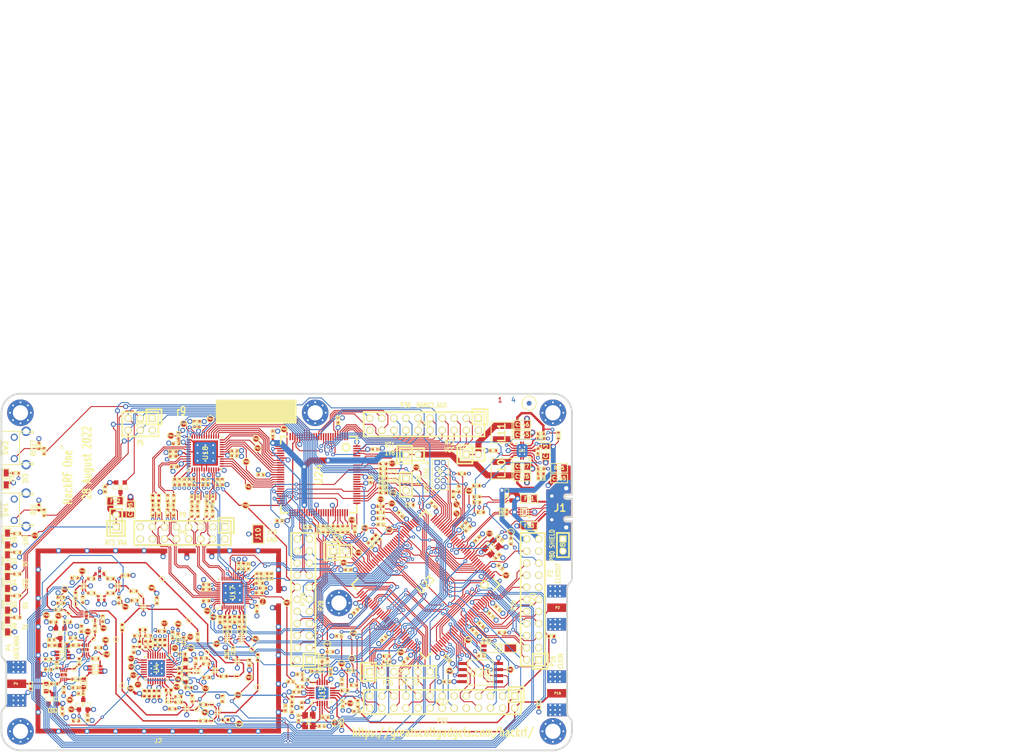
<source format=kicad_pcb>
(kicad_pcb (version 20211014) (generator pcbnew)

  (general
    (thickness 1.6116)
  )

  (paper "USLegal")
  (title_block
    (title "HackRF One")
    (date "2022-08-28")
    (rev "r9")
    (company "Copyright 2012-2022 Great Scott Gadgets")
    (comment 1 "Michael Ossmann")
    (comment 2 "Licensed under the CERN-OHL-P v2")
  )

  (layers
    (0 "F.Cu" signal "C1F")
    (1 "In1.Cu" signal "C2")
    (2 "In2.Cu" signal "C3")
    (31 "B.Cu" signal "C4B")
    (32 "B.Adhes" user "B.Adhesive")
    (33 "F.Adhes" user "F.Adhesive")
    (34 "B.Paste" user)
    (35 "F.Paste" user)
    (36 "B.SilkS" user "B.Silkscreen")
    (37 "F.SilkS" user "F.Silkscreen")
    (38 "B.Mask" user)
    (39 "F.Mask" user)
    (41 "Cmts.User" user "User.Comments")
    (44 "Edge.Cuts" user)
    (45 "Margin" user)
    (46 "B.CrtYd" user "B.Courtyard")
    (47 "F.CrtYd" user "F.Courtyard")
  )

  (setup
    (stackup
      (layer "F.SilkS" (type "Top Silk Screen") (color "White"))
      (layer "F.Paste" (type "Top Solder Paste"))
      (layer "F.Mask" (type "Top Solder Mask") (color "Green") (thickness 0.0127) (material "LPI") (epsilon_r 3.8) (loss_tangent 0))
      (layer "F.Cu" (type "copper") (thickness 0.035))
      (layer "dielectric 1" (type "prepreg") (thickness 0.2104) (material "7628") (epsilon_r 4.6) (loss_tangent 0))
      (layer "In1.Cu" (type "copper") (thickness 0.0152))
      (layer "dielectric 2" (type "core") (thickness 1.065) (material "7628") (epsilon_r 4.6) (loss_tangent 0))
      (layer "In2.Cu" (type "copper") (thickness 0.0152))
      (layer "dielectric 3" (type "prepreg") (thickness 0.2104) (material "7628") (epsilon_r 4.6) (loss_tangent 0))
      (layer "B.Cu" (type "copper") (thickness 0.035))
      (layer "B.Mask" (type "Bottom Solder Mask") (color "Green") (thickness 0.0127) (material "LPI") (epsilon_r 3.8) (loss_tangent 0))
      (layer "B.Paste" (type "Bottom Solder Paste"))
      (layer "B.SilkS" (type "Bottom Silk Screen") (color "White"))
      (copper_finish "ENIG")
      (dielectric_constraints yes)
    )
    (pad_to_mask_clearance 0.05)
    (pad_to_paste_clearance_ratio -0.12)
    (pcbplotparams
      (layerselection 0x00010e8_ffffffff)
      (disableapertmacros false)
      (usegerberextensions true)
      (usegerberattributes false)
      (usegerberadvancedattributes true)
      (creategerberjobfile false)
      (svguseinch false)
      (svgprecision 6)
      (excludeedgelayer true)
      (plotframeref false)
      (viasonmask false)
      (mode 1)
      (useauxorigin false)
      (hpglpennumber 1)
      (hpglpenspeed 20)
      (hpglpendiameter 15.000000)
      (dxfpolygonmode true)
      (dxfimperialunits true)
      (dxfusepcbnewfont true)
      (psnegative false)
      (psa4output false)
      (plotreference false)
      (plotvalue false)
      (plotinvisibletext false)
      (sketchpadsonfab false)
      (subtractmaskfromsilk false)
      (outputformat 1)
      (mirror false)
      (drillshape 0)
      (scaleselection 1)
      (outputdirectory "gerbers")
    )
  )

  (net 0 "")
  (net 1 "!MIX_BYPASS")
  (net 2 "!RX_AMP_PWR")
  (net 3 "!TX_AMP_PWR")
  (net 4 "!VAA_ENABLE")
  (net 5 "/baseband/CLK0")
  (net 6 "/baseband/CLK1")
  (net 7 "/baseband/CLK2")
  (net 8 "/baseband/CLK3")
  (net 9 "/baseband/CLK5")
  (net 10 "/baseband/COM")
  (net 11 "/baseband/CPOUT+")
  (net 12 "/baseband/CPOUT-")
  (net 13 "/baseband/IA+")
  (net 14 "/baseband/IA-")
  (net 15 "/baseband/ID+")
  (net 16 "/baseband/ID-")
  (net 17 "/baseband/INTR")
  (net 18 "/baseband/OEB")
  (net 19 "/baseband/QA+")
  (net 20 "/baseband/QA-")
  (net 21 "/baseband/QD+")
  (net 22 "/baseband/QD-")
  (net 23 "/baseband/REFN")
  (net 24 "/baseband/REFP")
  (net 25 "/baseband/RXBBI+")
  (net 26 "/baseband/RXBBI-")
  (net 27 "/baseband/RXBBQ+")
  (net 28 "/baseband/RXBBQ-")
  (net 29 "/baseband/TXBBI+")
  (net 30 "/baseband/TXBBI-")
  (net 31 "/baseband/TXBBQ+")
  (net 32 "/baseband/TXBBQ-")
  (net 33 "/baseband/XA")
  (net 34 "/baseband/XB")
  (net 35 "/baseband/XCVR_CLKOUT")
  (net 36 "/baseband/XTAL2")
  (net 37 "/frontend/!ANT_BIAS")
  (net 38 "/frontend/REF_IN")
  (net 39 "/frontend/RX_AMP_OUT")
  (net 40 "/frontend/TX_AMP_IN")
  (net 41 "/frontend/TX_AMP_OUT")
  (net 42 "/mcu/usb/power/ADC0_0")
  (net 43 "/mcu/usb/power/ADC0_2")
  (net 44 "/mcu/usb/power/ADC0_5")
  (net 45 "/mcu/usb/power/ADC0_6")
  (net 46 "/mcu/usb/power/B1AUX13")
  (net 47 "/mcu/usb/power/B1AUX14")
  (net 48 "/mcu/usb/power/B2AUX1")
  (net 49 "/mcu/usb/power/B2AUX10")
  (net 50 "/mcu/usb/power/B2AUX11")
  (net 51 "/mcu/usb/power/B2AUX12")
  (net 52 "/mcu/usb/power/B2AUX13")
  (net 53 "/mcu/usb/power/B2AUX14")
  (net 54 "/mcu/usb/power/B2AUX15")
  (net 55 "/mcu/usb/power/B2AUX16")
  (net 56 "/mcu/usb/power/B2AUX2")
  (net 57 "/mcu/usb/power/B2AUX3")
  (net 58 "/mcu/usb/power/B2AUX4")
  (net 59 "/mcu/usb/power/B2AUX5")
  (net 60 "/mcu/usb/power/B2AUX6")
  (net 61 "/mcu/usb/power/B2AUX7")
  (net 62 "/mcu/usb/power/B2AUX8")
  (net 63 "/mcu/usb/power/B2AUX9")
  (net 64 "/mcu/usb/power/BANK2F3M1")
  (net 65 "/mcu/usb/power/BANK2F3M10")
  (net 66 "/mcu/usb/power/BANK2F3M11")
  (net 67 "/mcu/usb/power/BANK2F3M12")
  (net 68 "/mcu/usb/power/BANK2F3M14")
  (net 69 "/mcu/usb/power/BANK2F3M15")
  (net 70 "/mcu/usb/power/BANK2F3M16")
  (net 71 "/mcu/usb/power/BANK2F3M2")
  (net 72 "/mcu/usb/power/BANK2F3M3")
  (net 73 "/mcu/usb/power/BANK2F3M4")
  (net 74 "/mcu/usb/power/BANK2F3M5")
  (net 75 "/mcu/usb/power/BANK2F3M6")
  (net 76 "/mcu/usb/power/BANK2F3M7")
  (net 77 "/mcu/usb/power/BANK2F3M8")
  (net 78 "/mcu/usb/power/BANK2F3M9")
  (net 79 "/mcu/usb/power/CPLD_TCK")
  (net 80 "/mcu/usb/power/CPLD_TDI")
  (net 81 "/mcu/usb/power/CPLD_TDO")
  (net 82 "/mcu/usb/power/CPLD_TMS")
  (net 83 "/mcu/usb/power/DBGEN")
  (net 84 "/mcu/usb/power/DM")
  (net 85 "/mcu/usb/power/DP")
  (net 86 "/mcu/usb/power/EN1V8")
  (net 87 "/mcu/usb/power/GCK0")
  (net 88 "/mcu/usb/power/GPIO3_10")
  (net 89 "/mcu/usb/power/GPIO3_11")
  (net 90 "/mcu/usb/power/GPIO3_12")
  (net 91 "/mcu/usb/power/GPIO3_13")
  (net 92 "/mcu/usb/power/GPIO3_14")
  (net 93 "/mcu/usb/power/GPIO3_15")
  (net 94 "/mcu/usb/power/GPIO3_8")
  (net 95 "/mcu/usb/power/GPIO3_9")
  (net 96 "/mcu/usb/power/GP_CLKIN")
  (net 97 "/mcu/usb/power/I2C1_SCL")
  (net 98 "/mcu/usb/power/I2C1_SDA")
  (net 99 "/mcu/usb/power/I2S0_RX_MCLK")
  (net 100 "/mcu/usb/power/I2S0_RX_SCK")
  (net 101 "/mcu/usb/power/I2S0_RX_SDA")
  (net 102 "/mcu/usb/power/I2S0_RX_WS")
  (net 103 "/mcu/usb/power/I2S0_TX_MCLK")
  (net 104 "/mcu/usb/power/I2S0_TX_SCK")
  (net 105 "/mcu/usb/power/ISP")
  (net 106 "/mcu/usb/power/LED1")
  (net 107 "/mcu/usb/power/LED2")
  (net 108 "/mcu/usb/power/LED3")
  (net 109 "/mcu/usb/power/P1_1")
  (net 110 "/mcu/usb/power/P1_2")
  (net 111 "/mcu/usb/power/P2_13")
  (net 112 "/mcu/usb/power/P2_8")
  (net 113 "/mcu/usb/power/P2_9")
  (net 114 "/mcu/usb/power/REG_OUT1")
  (net 115 "/mcu/usb/power/REG_OUT2")
  (net 116 "/mcu/usb/power/RESET")
  (net 117 "/mcu/usb/power/RREF")
  (net 118 "/mcu/usb/power/RTCX1")
  (net 119 "/mcu/usb/power/RTCX2")
  (net 120 "/mcu/usb/power/RTC_ALARM")
  (net 121 "/mcu/usb/power/SD_CD")
  (net 122 "/mcu/usb/power/SD_CLK")
  (net 123 "/mcu/usb/power/SD_CMD")
  (net 124 "/mcu/usb/power/SD_DAT0")
  (net 125 "/mcu/usb/power/SD_DAT1")
  (net 126 "/mcu/usb/power/SD_DAT2")
  (net 127 "/mcu/usb/power/SD_DAT3")
  (net 128 "/mcu/usb/power/SD_POW")
  (net 129 "/mcu/usb/power/SD_VOLT0")
  (net 130 "/mcu/usb/power/SGPIO0")
  (net 131 "/mcu/usb/power/SGPIO1")
  (net 132 "/mcu/usb/power/SGPIO10")
  (net 133 "/mcu/usb/power/SGPIO11")
  (net 134 "/mcu/usb/power/SGPIO12")
  (net 135 "/mcu/usb/power/SGPIO13")
  (net 136 "/mcu/usb/power/SGPIO14")
  (net 137 "/mcu/usb/power/SGPIO15")
  (net 138 "/mcu/usb/power/SGPIO2")
  (net 139 "/mcu/usb/power/SGPIO3")
  (net 140 "/mcu/usb/power/SGPIO4")
  (net 141 "/mcu/usb/power/SGPIO5")
  (net 142 "/mcu/usb/power/SGPIO6")
  (net 143 "/mcu/usb/power/SGPIO7")
  (net 144 "/mcu/usb/power/SGPIO9")
  (net 145 "/mcu/usb/power/SPIFI_CS")
  (net 146 "/mcu/usb/power/SPIFI_CIPO")
  (net 147 "/mcu/usb/power/SPIFI_COPI")
  (net 148 "/mcu/usb/power/SPIFI_SCK")
  (net 149 "/mcu/usb/power/SPIFI_SIO2")
  (net 150 "/mcu/usb/power/SPIFI_SIO3")
  (net 151 "/mcu/usb/power/TCK")
  (net 152 "/mcu/usb/power/TDI")
  (net 153 "/mcu/usb/power/TDO")
  (net 154 "/mcu/usb/power/TMS")
  (net 155 "/mcu/usb/power/U0_RXD")
  (net 156 "/mcu/usb/power/U0_TXD")
  (net 157 "/mcu/usb/power/USB_SHIELD")
  (net 158 "/mcu/usb/power/VBAT")
  (net 159 "/mcu/usb/power/VBUS")
  (net 160 "/mcu/usb/power/VBUSCTRL")
  (net 161 "/mcu/usb/power/VIN")
  (net 162 "/mcu/usb/power/VREGMODE")
  (net 163 "/mcu/usb/power/WAKEUP")
  (net 164 "/mcu/usb/power/XTAL1")
  (net 165 "/mcu/usb/power/XTAL2")
  (net 166 "AMP_BYPASS")
  (net 167 "CLK6")
  (net 168 "CLKIN")
  (net 169 "CLKOUT")
  (net 170 "CS_AD")
  (net 171 "CS_XCVR")
  (net 172 "DA0")
  (net 173 "DA1")
  (net 174 "DA2")
  (net 175 "DA3")
  (net 176 "DA4")
  (net 177 "DA5")
  (net 178 "DA6")
  (net 179 "DA7")
  (net 180 "DD0")
  (net 181 "DD1")
  (net 182 "DD2")
  (net 183 "DD3")
  (net 184 "DD4")
  (net 185 "DD5")
  (net 186 "DD6")
  (net 187 "DD7")
  (net 188 "DD8")
  (net 189 "DD9")
  (net 190 "GCK1")
  (net 191 "GCK2")
  (net 192 "GND")
  (net 193 "HP")
  (net 194 "LP")
  (net 195 "MCU_CLK")
  (net 196 "MIXER_ENX")
  (net 197 "MIXER_RESETX")
  (net 198 "MIXER_SCLK")
  (net 199 "MIXER_SDATA")
  (net 200 "MIX_BYPASS")
  (net 201 "MIX_CLK")
  (net 202 "RSSI")
  (net 203 "RX")
  (net 204 "RXENABLE")
  (net 205 "RX_AMP")
  (net 206 "RX_IF")
  (net 207 "RX_MIX_BP")
  (net 208 "SCL")
  (net 209 "SDA")
  (net 210 "SGPIO_CLK")
  (net 211 "SSP1_CIPO")
  (net 212 "SSP1_COPI")
  (net 213 "SSP1_SCK")
  (net 214 "TXENABLE")
  (net 215 "TX_AMP")
  (net 216 "TX_IF")
  (net 217 "TX_MIX_BP")
  (net 218 "VAA")
  (net 219 "VCC")
  (net 220 "XCVR_EN")
  (net 221 "Net-(C8-Pad2)")
  (net 222 "Net-(C9-Pad2)")
  (net 223 "Net-(C9-Pad1)")
  (net 224 "Net-(C12-Pad1)")
  (net 225 "Net-(C13-Pad1)")
  (net 226 "Net-(C14-Pad2)")
  (net 227 "Net-(C14-Pad1)")
  (net 228 "Net-(C15-Pad2)")
  (net 229 "Net-(C17-Pad2)")
  (net 230 "Net-(C17-Pad1)")
  (net 231 "Net-(C18-Pad2)")
  (net 232 "Net-(C18-Pad1)")
  (net 233 "Net-(C20-Pad2)")
  (net 234 "Net-(C20-Pad1)")
  (net 235 "Net-(C21-Pad2)")
  (net 236 "Net-(C21-Pad1)")
  (net 237 "Net-(C23-Pad2)")
  (net 238 "Net-(C23-Pad1)")
  (net 239 "Net-(C25-Pad1)")
  (net 240 "Net-(C26-Pad2)")
  (net 241 "Net-(C26-Pad1)")
  (net 242 "Net-(C27-Pad2)")
  (net 243 "Net-(C27-Pad1)")
  (net 244 "Net-(C28-Pad2)")
  (net 245 "Net-(C28-Pad1)")
  (net 246 "Net-(C31-Pad2)")
  (net 247 "Net-(C31-Pad1)")
  (net 248 "Net-(C32-Pad2)")
  (net 249 "Net-(C32-Pad1)")
  (net 250 "Net-(C43-Pad2)")
  (net 251 "Net-(C43-Pad1)")
  (net 252 "Net-(C44-Pad2)")
  (net 253 "Net-(C44-Pad1)")
  (net 254 "Net-(C46-Pad2)")
  (net 255 "Net-(C46-Pad1)")
  (net 256 "Net-(C48-Pad1)")
  (net 257 "Net-(C49-Pad2)")
  (net 258 "Net-(C50-Pad1)")
  (net 259 "Net-(C51-Pad2)")
  (net 260 "Net-(C51-Pad1)")
  (net 261 "Net-(C163-Pad2)")
  (net 262 "Net-(C58-Pad2)")
  (net 263 "Net-(C59-Pad2)")
  (net 264 "Net-(C61-Pad2)")
  (net 265 "Net-(C61-Pad1)")
  (net 266 "Net-(C62-Pad2)")
  (net 267 "Net-(C64-Pad2)")
  (net 268 "Net-(C64-Pad1)")
  (net 269 "Net-(C99-Pad2)")
  (net 270 "Net-(C99-Pad1)")
  (net 271 "Net-(C102-Pad2)")
  (net 272 "Net-(C102-Pad1)")
  (net 273 "Net-(C104-Pad2)")
  (net 274 "Net-(C104-Pad1)")
  (net 275 "Net-(C105-Pad1)")
  (net 276 "Net-(C106-Pad1)")
  (net 277 "Net-(C111-Pad2)")
  (net 278 "Net-(C111-Pad1)")
  (net 279 "Net-(C114-Pad2)")
  (net 280 "Net-(C114-Pad1)")
  (net 281 "Net-(C125-Pad2)")
  (net 282 "Net-(C160-Pad1)")
  (net 283 "Net-(D2-Pad2)")
  (net 284 "Net-(D4-Pad2)")
  (net 285 "Net-(D5-Pad2)")
  (net 286 "Net-(D6-Pad2)")
  (net 287 "Net-(D7-Pad2)")
  (net 288 "Net-(D8-Pad2)")
  (net 289 "Net-(FB1-Pad1)")
  (net 290 "Net-(FB2-Pad1)")
  (net 291 "Net-(FB3-Pad1)")
  (net 292 "Net-(J1-Pad4)")
  (net 293 "Net-(J1-Pad3)")
  (net 294 "Net-(J1-Pad2)")
  (net 295 "Net-(L1-Pad2)")
  (net 296 "Net-(L1-Pad1)")
  (net 297 "Net-(L2-Pad1)")
  (net 298 "Net-(L3-Pad1)")
  (net 299 "Net-(L10-Pad1)")
  (net 300 "Net-(L11-Pad2)")
  (net 301 "Net-(L13-Pad1)")
  (net 302 "Net-(P6-Pad1)")
  (net 303 "Net-(P7-Pad1)")
  (net 304 "Net-(P17-Pad1)")
  (net 305 "Net-(P19-Pad1)")
  (net 306 "Net-(P24-Pad1)")
  (net 307 "Net-(R4-Pad2)")
  (net 308 "Net-(R30-Pad2)")
  (net 309 "Net-(R19-Pad2)")
  (net 310 "Net-(R51-Pad1)")
  (net 311 "Net-(R52-Pad2)")
  (net 312 "Net-(R55-Pad2)")
  (net 313 "Net-(R62-Pad1)")
  (net 314 "/frontend/RX_AMP_IN")
  (net 315 "+1V8")
  (net 316 "unconnected-(P25-Pad3)")
  (net 317 "unconnected-(P26-Pad7)")
  (net 318 "unconnected-(U4-Pad1)")
  (net 319 "unconnected-(U4-Pad2)")
  (net 320 "unconnected-(U4-Pad3)")
  (net 321 "unconnected-(U4-Pad11)")
  (net 322 "unconnected-(U4-Pad13)")
  (net 323 "unconnected-(U4-Pad14)")
  (net 324 "unconnected-(U4-Pad17)")
  (net 325 "unconnected-(U4-Pad18)")
  (net 326 "unconnected-(U4-Pad20)")
  (net 327 "unconnected-(U4-Pad21)")
  (net 328 "unconnected-(U9-Pad2)")
  (net 329 "unconnected-(U12-Pad2)")
  (net 330 "unconnected-(U14-Pad2)")
  (net 331 "unconnected-(U15-Pad4)")
  (net 332 "unconnected-(U15-Pad6)")
  (net 333 "unconnected-(U17-Pad3)")
  (net 334 "unconnected-(U17-Pad6)")
  (net 335 "unconnected-(U17-Pad8)")
  (net 336 "unconnected-(U17-Pad9)")
  (net 337 "unconnected-(U17-Pad12)")
  (net 338 "unconnected-(U17-Pad14)")
  (net 339 "unconnected-(U17-Pad18)")
  (net 340 "unconnected-(U17-Pad33)")
  (net 341 "unconnected-(U17-Pad34)")
  (net 342 "unconnected-(U17-Pad40)")
  (net 343 "unconnected-(U18-Pad38)")
  (net 344 "unconnected-(U23-Pad85)")
  (net 345 "unconnected-(U23-Pad89)")
  (net 346 "unconnected-(U23-Pad90)")
  (net 347 "unconnected-(U24-Pad14)")
  (net 348 "unconnected-(U24-Pad15)")
  (net 349 "unconnected-(U24-Pad16)")
  (net 350 "unconnected-(U24-Pad20)")
  (net 351 "unconnected-(U24-Pad25)")
  (net 352 "unconnected-(U24-Pad44)")
  (net 353 "unconnected-(U24-Pad46)")
  (net 354 "unconnected-(U24-Pad49)")
  (net 355 "unconnected-(U24-Pad50)")
  (net 356 "unconnected-(U24-Pad52)")
  (net 357 "unconnected-(U24-Pad53)")
  (net 358 "unconnected-(U24-Pad54)")
  (net 359 "unconnected-(U24-Pad58)")
  (net 360 "unconnected-(U24-Pad59)")
  (net 361 "unconnected-(U24-Pad60)")
  (net 362 "unconnected-(U24-Pad63)")
  (net 363 "unconnected-(U24-Pad65)")
  (net 364 "unconnected-(U24-Pad66)")
  (net 365 "unconnected-(U24-Pad68)")
  (net 366 "unconnected-(U24-Pad73)")
  (net 367 "unconnected-(U24-Pad75)")
  (net 368 "unconnected-(U24-Pad80)")
  (net 369 "unconnected-(U24-Pad82)")
  (net 370 "unconnected-(U24-Pad85)")
  (net 371 "unconnected-(U24-Pad86)")
  (net 372 "unconnected-(U24-Pad87)")
  (net 373 "unconnected-(U24-Pad93)")
  (net 374 "unconnected-(U24-Pad95)")
  (net 375 "unconnected-(U24-Pad96)")

  (footprint "gsg-modules:LTST-S220" (layer "F.Cu") (at 61.27 148.838 -90))

  (footprint "gsg-modules:LTST-S220" (layer "F.Cu") (at 61.27 139.694 -90))

  (footprint "gsg-modules:LTST-S220" (layer "F.Cu") (at 61.27 130.55 -90))

  (footprint "gsg-modules:LTST-S220" (layer "F.Cu") (at 61.27 144.266 -90))

  (footprint "gsg-modules:LTST-S220" (layer "F.Cu") (at 61.27 135.122 -90))

  (footprint "GSG-TESTPOINT-30MIL-MASKONLY" (layer "F.Cu") (at 89.31402 142.49908))

  (footprint "GSG-TESTPOINT-30MIL-MASKONLY" (layer "F.Cu") (at 84.1046 151.6574))

  (footprint "GSG-TESTPOINT-30MIL-MASKONLY" (layer "F.Cu") (at 75.57516 144.21358))

  (footprint "GSG-TESTPOINT-30MIL-MASKONLY" (layer "F.Cu") (at 74.0537 146.1516))

  (footprint "GSG-TESTPOINT-30MIL-MASKONLY" (layer "F.Cu") (at 93.782 138.932))

  (footprint "GSG-TESTPOINT-30MIL-MASKONLY" (layer "F.Cu") (at 85.4 161.3602))

  (footprint "GSG-TESTPOINT-30MIL-MASKONLY" (layer "F.Cu") (at 75.33894 157.8483))

  (footprint "GSG-TESTPOINT-30MIL-MASKONLY" (layer "F.Cu") (at 79.28 151.506))

  (footprint "GSG-TESTPOINT-30MIL-MASKONLY" (layer "F.Cu") (at 113.919 161.74974))

  (footprint "GSG-TESTPOINT-30MIL-MASKONLY" (layer "F.Cu") (at 104.11206 168.79824))

  (footprint "GSG-TESTPOINT-30MIL-MASKONLY" (layer "F.Cu") (at 104.25176 165.37432))

  (footprint "GSG-TESTPOINT-30MIL-MASKONLY" (layer "F.Cu") (at 101.0158 166.26332))

  (footprint "GSG-TESTPOINT-30MIL-MASKONLY" (layer "F.Cu") (at 79.6671 147.71116))

  (footprint "GSG-TESTPOINT-30MIL-MASKONLY" (layer "F.Cu") (at 109.47654 159.42564))

  (footprint "GSG-TESTPOINT-30MIL-MASKONLY" (layer "F.Cu") (at 99.36226 147.6883))

  (footprint "GSG-TESTPOINT-30MIL-MASKONLY" (layer "F.Cu") (at 103.23068 154.2796))

  (footprint "GSG-TESTPOINT-30MIL-MASKONLY" (layer "F.Cu") (at 112.71504 153.71064))

  (footprint "gsg-modules:LTST-S220" (layer "F.Cu") (at 61 117.9 -90))

  (footprint "GSG-MARK1MM" (layer "F.Cu") (at 171 102))

  (footprint "hackrf:GSG-0402" (layer "F.Cu") (at 91.0964 163.0468 -90))

  (footprint "hackrf:GSG-0402" (layer "F.Cu") (at 90.0804 163.0468 -90))

  (footprint "hackrf:GSG-0402" (layer "F.Cu") (at 93.1284 163.0468 -90))

  (footprint "hackrf:GSG-0402" (layer "F.Cu") (at 92.1124 163.0468 -90))

  (footprint "hackrf:GSG-0402" (layer "F.Cu") (at 92.341 152.328 90))

  (footprint "hackrf:GSG-0402" (layer "F.Cu") (at 93.357 152.328 90))

  (footprint "hackrf:GSG-0402" (layer "F.Cu") (at 107.084 168.5762 180))

  (footprint "hackrf:GSG-0402" (layer "F.Cu") (at 113.919 155.448 -90))

  (footprint "hackrf:GSG-0402" (layer "F.Cu") (at 85.4 149.1682 90))

  (footprint "hackrf:GSG-0402" (layer "F.Cu") (at 87.9808 143.4816))

  (footprint "hackrf:GSG-0402" (layer "F.Cu") (at 84.7138 143.4622 90))

  (footprint "hackrf:GSG-0402" (layer "F.Cu") (at 87.7944 153.8266 -90))

  (footprint "hackrf:GSG-0402" (layer "F.Cu") (at 88.5564 150.9056 180))

  (footprint "hackrf:GSG-0402" (layer "F.Cu") (at 90.3344 152.6836 90))

  (footprint "hackrf:GSG-0402" (layer "F.Cu") (at 90.8424 150.9056))

  (footprint "hackrf:GSG-0402" (layer "F.Cu") (at 106.4998 164.1566 90))

  (footprint "hackrf:GSG-0402" (layer "F.Cu") (at 82.9358 141.9382))

  (footprint "hackrf:GSG-0402" (layer "F.Cu") (at 78.8718 141.9382))

  (footprint "hackrf:GSG-0402" (layer "F.Cu") (at 77.0938 143.3352 90))

  (footprint "hackrf:GSG-0402" (layer "F.Cu") (at 87.8078 141.5288))

  (footprint "hackrf:GSG-0402" (layer "F.Cu") (at 102.4382 165.3794 180))

  (footprint "hackrf:GSG-0402" (layer "F.Cu") (at 95.9732 166.2726))

  (footprint "hackrf:GSG-0402" (layer "F.Cu") (at 101.2698 151.1808 90))

  (footprint "hackrf:GSG-0402" (layer "F.Cu") (at 92.6798 143.4816 -90))

  (footprint "hackrf:GSG-0402" (layer "F.Cu") (at 97.1924 163.7326))

  (footprint "hackrf:GSG-0402" (layer "F.Cu") (at 78.8718 138.8902 180))

  (footprint "hackrf:GSG-0402" (layer "F.Cu") (at 82.9358 138.8902))

  (footprint "hackrf:GSG-0402" (layer "F.Cu") (at 97.1924 164.8756))

  (footprint "hackrf:GSG-0402" (layer "F.Cu") (at 75.4174 138.7124 180))

  (footprint "hackrf:GSG-0402" (layer "F.Cu") (at 86.1 138.2))

  (footprint "hackrf:GSG-0402" (layer "F.Cu") (at 75.5952 142.4462 90))

  (footprint "hackrf:GSG-0402" (layer "F.Cu") (at 102.4382 168.8084 180))

  (footprint "hackrf:GSG-0402" (layer "F.Cu") (at 100.1134 164.139 90))

  (footprint "hackrf:GSG-0402" (layer "F.Cu") (at 98.31 151.9216 90))

  (footprint "hackrf:GSG-0402" (layer "F.Cu") (at 97.167 151.1596 90))

  (footprint "hackrf:GSG-0402" (layer "F.Cu") (at 96.024 150.7786 90))

  (footprint "hackrf:GSG-0402" (layer "F.Cu") (at 93.738 149.915 180))

  (footprint "hackrf:GSG-0402" (layer "F.Cu") (at 72.4456 142.8272))

  (footprint "hackrf:GSG-0402" (layer "F.Cu") (at 81.3054 147.3454 90))

  (footprint "hackrf:GSG-0402" (layer "F.Cu") (at 72.4456 144.0718))

  (footprint "hackrf:GSG-0402" (layer "F.Cu") (at 99.326 161.8276))

  (footprint "hackrf:GSG-0402" (layer "F.Cu") (at 98.056 154.7156 180))

  (footprint "hackrf:GSG-0402" (layer "F.Cu") (at 72.009 145.415 180))

  (footprint "hackrf:GSG-0402" (layer "F.Cu") (at 79.6798 149.4282 90))

  (footprint "hackrf:GSG-0402" (layer "F.Cu") (at 102.5906 155.6512))

  (footprint "hackrf:GSG-0402" (layer "F.Cu") (at 103.0478 156.7942 180))

  (footprint "hackrf:GSG-0402" (layer "F.Cu") (at 112.1664 156.5656 90))

  (footprint "hackrf:GSG-0402" (layer "F.Cu") (at 108.7374 154.0002 90))

  (footprint "hackrf:GSG-0402" (layer "F.Cu") (at 100.85 156.2396 -90))

  (footprint "hackrf:GSG-0402" (layer "F.Cu") (at 75.678 152.92))

  (footprint "hackrf:GSG-0402" (layer "F.Cu") (at 106.7414 159.434 180))

  (footprint "hackrf:GSG-0402" (layer "F.Cu") (at 70.598 152.92 180))

  (footprint "hackrf:GSG-0402" (layer "F.Cu") (at 70.9474 147.9998 180))

  (footprint "hackrf:GSG-0402" (layer "F.Cu") (at 103.124 159.6644 180))

  (footprint "hackrf:GSG-0402" (layer "F.Cu") (at 80.377 153.428))

  (footprint "hackrf:GSG-0402" (layer "F.Cu") (at 107.3912 154.8638 90))

  (footprint "hackrf:GSG-0402" (layer "F.Cu") (at 76.835 149.4282 90))

  (footprint "hackrf:GSG-0402" (layer "F.Cu") (at 71.614 157.111 90))

  (footprint "hackrf:GSG-0402" (layer "F.Cu") (at 79.742 155.714))

  (footprint "hackrf:GSG-0402" (layer "F.Cu") (at 75.043 151.396))

  (footprint "hackrf:GSG-0402" (layer "F.Cu") (at 76.3638 156.3236 90))

  (footprint "hackrf:GSG-0402" (layer "F.Cu") (at 75.551 160.032))

  (footprint "hackrf:GSG-0402" (layer "F.Cu") (at 73.0872 162.2418 -90))

  (footprint "hackrf:GSG-0402" (layer "F.Cu") (at 71.1 161 180))

  (footprint "hackrf:GSG-0402" (layer "F.Cu") (at 69.836 158))

  (footprint "hackrf:GSG-0402" (layer "F.Cu") (at 69.836 155.841))

  (footprint "hackrf:GSG-0402" (layer "F.Cu") (at 121.0802 164.2964 -90))

  (footprint "hackrf:GSG-0402" (layer "F.Cu") (at 127.4624 155.7214 90))

  (footprint "hackrf:GSG-0402" (layer "F.Cu") (at 129.088 154.2736))

  (footprint "hackrf:GSG-0402" (layer "F.Cu") (at 121.0802 166.3284 -90))

  (footprint "hackrf:GSG-0402" (layer "F.Cu") (at 100.4824 118.5578 -90))

  (footprint "hackrf:GSG-0402" (layer "F.Cu") (at 99.4664 118.5578 -90))

  (footprint "hackrf:GSG-0402" (layer "F.Cu") (at 103.4034 118.5578 -90))

  (footprint "hackrf:GSG-0402" (layer "F.Cu") (at 102.3874 118.5578 -90))

  (footprint "hackrf:GSG-0402" (layer "F.Cu") (at 105.4354 118.5578 -90))

  (footprint "hackrf:GSG-0402" (layer "F.Cu") (at 106.4514 118.5578 -90))

  (footprint "hackrf:GSG-0402" (layer "F.Cu") (at 101.6254 106.3658 90))

  (footprint "hackrf:GSG-0402" (layer "F.Cu") (at 100.6094 106.3658 90))

  (footprint "hackrf:GSG-0402" (layer "F.Cu") (at 96.7359 110.4933 180))

  (footprint "hackrf:GSG-0402" (layer "F.Cu") (at 97.2439 108.8423 90))

  (footprint "hackrf:GSG-0402" (layer "F.Cu")
    (tedit 4FB6CFE4) (tstamp 00000000-0000-0000-0000-00005787e283)
    (at 96.1009 113.1603 180)
    (property "Description" "CAP CER 0.1UF 10V 10% X5R 0402")
    (property "Manufacturer" "Murata")
    (property "Part Number" "GRM155R61A104KA01D")
    (property "Sheetfile" "baseband.kicad_sch")
    (property "Sheetname" "baseband")
    (path "/00000000-0000-0000-0000-000050370666/00000000-0000-0000-0000-0000503c49fa")
    (solder_mask_margin 0.1016)
    (attr through_hole)
    (fp_text reference "C81" (at 0 0.0508 180) (layer "F.SilkS")
      (effects (font (size 0.4064 0.4064) (thickness 0.1016)))
      (tstamp 014e208b-7a4f-46a8-a4ca-c11530962f28)
    )
    (fp_text value "100nF" (at 0 0.0508 180) (layer "F.SilkS") hide
      (effects (font (size 0.4064 0.4064) (thickness 0.1016)))
      (tstamp 2f8d09bf-f2db-4798-a12b-68c64af87a1f)
    )
    (fp_line (start 0.889 -0.381) (end 0.889 0.381) (layer "F.SilkS") (width 0.2032) (tstamp 695ed798-9020-4894-9a6b-e1e7051ac272))
    (fp_line (start -0.889 -0.381) (end 0.889 -0.381) (layer "F.SilkS") (width 0.2032) (tstamp 8f2bf1a2-877c-4284-93b5-a9d5010d6d63))
    (fp_line (start 0.889 0.381) (end -0.889 0.381) (layer "F.SilkS") (width 0.2032) (tstamp ac53fc72-bced-4647-8367-c4f3aa45a503))
    (fp_line (start -0.889 0.381) (end -0.889 -0.381) (layer "F.SilkS") (width 0.2032) (tstamp f4e9f9d7-21ae-491b-8873-d549b4278160))
    (pad "1" smd rect locked (at -0.5334 0 180) (size 0.508 0.5588) (layers "F.Cu" "F.Paste" "F.Mask")
      (net 218 "VAA") (pintype "passive") (die_length -1518.485687) (solder_mask_margin 0.1016) (tstamp 594ad98c-12d0-43be-b455-8e0
... [4431274 chars truncated]
</source>
